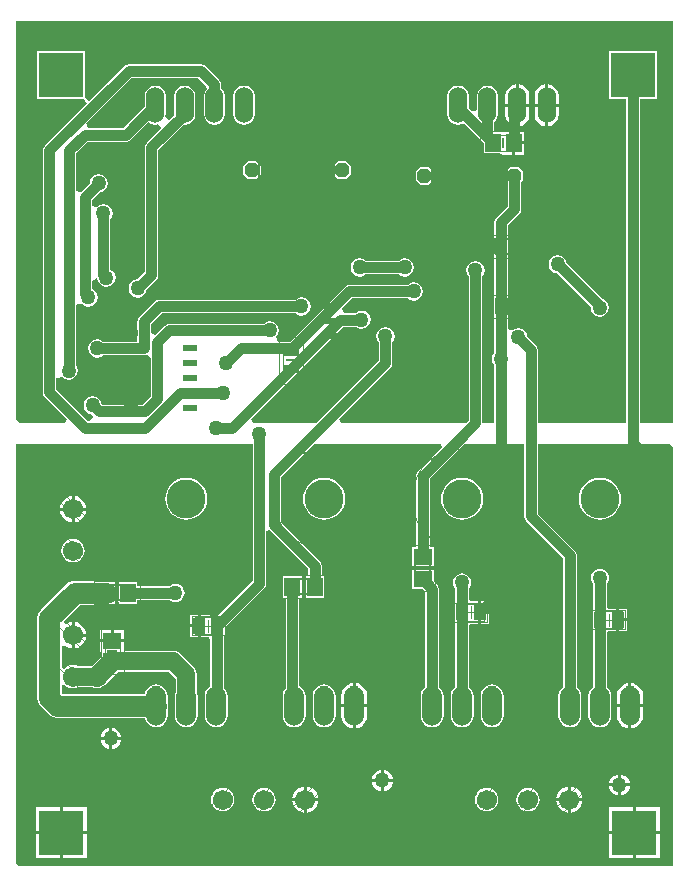
<source format=gbl>
%FSLAX24Y24*%
%MOIN*%
G70*
G01*
G75*
G04 Layer_Physical_Order=2*
G04 Layer_Color=16711680*
%ADD10R,0.0630X0.0520*%
%ADD11R,0.0600X0.0520*%
%ADD12R,0.0800X0.0260*%
%ADD13R,0.0520X0.0630*%
%ADD14R,0.0520X0.0600*%
%ADD15C,0.0350*%
%ADD16C,0.0600*%
%ADD17C,0.0700*%
%ADD18R,0.0079X0.0318*%
%ADD19R,0.0476X0.0159*%
%ADD20R,0.0318X0.0079*%
%ADD21R,0.0159X0.0476*%
%ADD22R,0.0079X0.0318*%
%ADD23C,0.0000*%
%ADD24C,0.0039*%
%ADD25C,0.0040*%
%ADD26C,0.0060*%
%ADD27C,0.0240*%
%ADD28R,0.0295X0.0575*%
%ADD29R,0.0300X0.0575*%
%ADD30R,0.0560X0.0140*%
%ADD31R,0.0575X0.0295*%
%ADD32R,0.0575X0.0300*%
%ADD33R,0.0300X0.0750*%
%ADD34R,0.0140X0.0560*%
%ADD35R,0.0580X0.0200*%
%ADD36R,0.0100X0.0240*%
%ADD37R,0.0450X0.0200*%
%ADD38C,0.0020*%
%ADD39R,0.1500X0.1500*%
%ADD40O,0.0600X0.1200*%
%ADD41C,0.0670*%
%ADD42O,0.0660X0.1320*%
%ADD43C,0.1300*%
G04:AMPARAMS|DCode=44|XSize=48mil|YSize=48mil|CornerRadius=0mil|HoleSize=0mil|Usage=FLASHONLY|Rotation=180.000|XOffset=0mil|YOffset=0mil|HoleType=Round|Shape=Octagon|*
%AMOCTAGOND44*
4,1,8,-0.0240,0.0120,-0.0240,-0.0120,-0.0120,-0.0240,0.0120,-0.0240,0.0240,-0.0120,0.0240,0.0120,0.0120,0.0240,-0.0120,0.0240,-0.0240,0.0120,0.0*
%
%ADD44OCTAGOND44*%

%ADD45C,0.0500*%
%ADD46R,0.0433X0.0551*%
%ADD47C,0.0650*%
G36*
X21900Y14750D02*
X21900Y14750D01*
X20779D01*
Y25550D01*
X21350D01*
Y27150D01*
X19750D01*
Y25550D01*
X20321D01*
Y14750D01*
X17379D01*
Y17200D01*
X17362Y17288D01*
X17312Y17362D01*
X17031Y17643D01*
X17013Y17737D01*
X16946Y17836D01*
X16847Y17903D01*
X16730Y17926D01*
X16613Y17903D01*
X16529Y17847D01*
X16458Y17865D01*
X16379Y17905D01*
Y21355D01*
X16762Y21738D01*
X16812Y21812D01*
X16829Y21900D01*
Y22794D01*
X16890Y22855D01*
Y23145D01*
X16745Y23290D01*
X16455D01*
X16310Y23145D01*
Y22855D01*
X16371Y22794D01*
Y21995D01*
X15988Y21612D01*
X15938Y21538D01*
X15921Y21450D01*
Y17097D01*
X15867Y17017D01*
X15844Y16900D01*
X15867Y16783D01*
X15921Y16703D01*
Y14750D01*
X15529D01*
Y19653D01*
X15583Y19733D01*
X15606Y19850D01*
X15583Y19967D01*
X15516Y20066D01*
X15417Y20133D01*
X15300Y20156D01*
X15183Y20133D01*
X15084Y20066D01*
X15017Y19967D01*
X14994Y19850D01*
X15017Y19733D01*
X15071Y19653D01*
Y14845D01*
X14976Y14750D01*
X10820D01*
X10763Y14889D01*
X12462Y16588D01*
X12512Y16662D01*
X12529Y16750D01*
Y17453D01*
X12583Y17533D01*
X12606Y17650D01*
X12583Y17767D01*
X12516Y17866D01*
X12417Y17933D01*
X12300Y17956D01*
X12183Y17933D01*
X12084Y17866D01*
X12017Y17767D01*
X11994Y17650D01*
X12017Y17533D01*
X12071Y17453D01*
Y16845D01*
X9976Y14750D01*
X7870D01*
X7813Y14889D01*
X10895Y17971D01*
X11303D01*
X11383Y17917D01*
X11500Y17894D01*
X11617Y17917D01*
X11716Y17984D01*
X11783Y18083D01*
X11806Y18200D01*
X11783Y18317D01*
X11716Y18416D01*
X11617Y18483D01*
X11500Y18506D01*
X11383Y18483D01*
X11303Y18429D01*
X10916D01*
X10854Y18579D01*
X11195Y18921D01*
X13053D01*
X13133Y18867D01*
X13250Y18844D01*
X13367Y18867D01*
X13466Y18934D01*
X13533Y19033D01*
X13556Y19150D01*
X13533Y19267D01*
X13466Y19366D01*
X13367Y19433D01*
X13250Y19456D01*
X13133Y19433D01*
X13053Y19379D01*
X11100D01*
X11012Y19362D01*
X10938Y19312D01*
X9105Y17479D01*
X8705D01*
X8660Y17629D01*
X8666Y17634D01*
X8733Y17733D01*
X8756Y17850D01*
X8733Y17967D01*
X8666Y18066D01*
X8567Y18133D01*
X8450Y18156D01*
X8333Y18133D01*
X8253Y18079D01*
X5100D01*
X5012Y18062D01*
X4938Y18012D01*
X4629Y17704D01*
X4479Y17766D01*
Y18055D01*
X4845Y18421D01*
X9303D01*
X9383Y18367D01*
X9500Y18344D01*
X9617Y18367D01*
X9716Y18434D01*
X9783Y18533D01*
X9806Y18650D01*
X9783Y18767D01*
X9716Y18866D01*
X9617Y18933D01*
X9500Y18956D01*
X9383Y18933D01*
X9303Y18879D01*
X4750D01*
X4662Y18862D01*
X4588Y18812D01*
X4088Y18312D01*
X4038Y18238D01*
X4021Y18150D01*
Y17479D01*
X2897D01*
X2817Y17533D01*
X2700Y17556D01*
X2583Y17533D01*
X2484Y17466D01*
X2417Y17367D01*
X2394Y17250D01*
X2417Y17133D01*
X2484Y17034D01*
X2583Y16967D01*
X2700Y16944D01*
X2817Y16967D01*
X2897Y17021D01*
X4250D01*
X4321Y17035D01*
X4356Y17025D01*
X4471Y16946D01*
Y15661D01*
X4189Y15379D01*
X2850D01*
X2833Y15467D01*
X2766Y15566D01*
X2667Y15633D01*
X2550Y15656D01*
X2433Y15633D01*
X2334Y15566D01*
X2267Y15467D01*
X2244Y15350D01*
X2267Y15233D01*
X2334Y15134D01*
X2433Y15067D01*
X2485Y15057D01*
X2539Y14979D01*
X2464Y14829D01*
X2395D01*
X1329Y15895D01*
Y16250D01*
X1359Y16275D01*
X1534Y16284D01*
X1633Y16217D01*
X1750Y16194D01*
X1867Y16217D01*
X1966Y16284D01*
X2033Y16383D01*
X2056Y16500D01*
X2033Y16617D01*
X1979Y16697D01*
Y18700D01*
X2009Y18725D01*
X2184Y18734D01*
X2283Y18667D01*
X2400Y18644D01*
X2517Y18667D01*
X2616Y18734D01*
X2683Y18833D01*
X2706Y18950D01*
X2683Y19067D01*
X2616Y19166D01*
X2529Y19224D01*
Y19494D01*
X2679Y19605D01*
X2694Y19600D01*
X2717Y19483D01*
X2784Y19384D01*
X2883Y19317D01*
X3000Y19294D01*
X3117Y19317D01*
X3216Y19384D01*
X3283Y19483D01*
X3306Y19600D01*
X3283Y19717D01*
X3216Y19816D01*
X3129Y19874D01*
Y21553D01*
X3183Y21633D01*
X3206Y21750D01*
X3183Y21867D01*
X3116Y21966D01*
X3017Y22033D01*
X2900Y22056D01*
X2783Y22033D01*
X2684Y21966D01*
X2679Y21960D01*
X2529Y22005D01*
Y22205D01*
X2773Y22449D01*
X2867Y22467D01*
X2966Y22534D01*
X3033Y22633D01*
X3056Y22750D01*
X3033Y22867D01*
X2966Y22966D01*
X2867Y23033D01*
X2750Y23056D01*
X2633Y23033D01*
X2534Y22966D01*
X2467Y22867D01*
X2449Y22773D01*
X2138Y22462D01*
X2129Y22450D01*
X1979Y22495D01*
Y23755D01*
X2367Y24143D01*
X3650D01*
X3738Y24160D01*
X3812Y24210D01*
X4390Y24788D01*
X4491Y24720D01*
X4628Y24693D01*
X4726Y24713D01*
X4809Y24583D01*
X4338Y24112D01*
X4288Y24038D01*
X4271Y23950D01*
Y19795D01*
X4027Y19551D01*
X3933Y19533D01*
X3834Y19466D01*
X3767Y19367D01*
X3744Y19250D01*
X3767Y19133D01*
X3834Y19034D01*
X3933Y18967D01*
X4050Y18944D01*
X4167Y18967D01*
X4266Y19034D01*
X4333Y19133D01*
X4351Y19227D01*
X4662Y19538D01*
X4712Y19612D01*
X4729Y19700D01*
Y23855D01*
X5574Y24700D01*
X5608Y24693D01*
X5744Y24720D01*
X5860Y24798D01*
X5938Y24913D01*
X5965Y25050D01*
Y25650D01*
X5938Y25787D01*
X5860Y25902D01*
X5744Y25980D01*
X5608Y26007D01*
X5471Y25980D01*
X5356Y25902D01*
X5278Y25787D01*
X5251Y25650D01*
Y25050D01*
X5255Y25030D01*
X5095Y24869D01*
X4965Y24952D01*
X4985Y25050D01*
Y25650D01*
X4958Y25787D01*
X4880Y25902D01*
X4764Y25980D01*
X4628Y26007D01*
X4491Y25980D01*
X4376Y25902D01*
X4298Y25787D01*
X4271Y25650D01*
Y25318D01*
X3555Y24602D01*
X2388D01*
X2326Y24752D01*
X3845Y26271D01*
X6055D01*
X6285Y26041D01*
X6348Y25902D01*
X6270Y25787D01*
X6243Y25650D01*
Y25050D01*
X6270Y24913D01*
X6348Y24798D01*
X6463Y24720D01*
X6600Y24693D01*
X6737Y24720D01*
X6852Y24798D01*
X6930Y24913D01*
X6957Y25050D01*
Y25650D01*
X6930Y25787D01*
X6852Y25902D01*
X6829Y25918D01*
Y26050D01*
X6812Y26138D01*
X6762Y26212D01*
X6312Y26662D01*
X6238Y26712D01*
X6150Y26729D01*
X3750D01*
X3662Y26712D01*
X3588Y26662D01*
X2432Y25506D01*
X2343Y25560D01*
X2339Y25563D01*
X2323Y25573D01*
X2309Y25581D01*
X2300Y25587D01*
Y25591D01*
Y25611D01*
X2300Y25685D01*
Y25695D01*
Y25695D01*
Y27150D01*
X700D01*
Y25550D01*
X2155D01*
X2155D01*
X2165Y25550D01*
X2239Y25550D01*
X2259D01*
X2263D01*
X2269Y25541D01*
X2277Y25527D01*
X2287Y25511D01*
X2290Y25506D01*
X2344Y25418D01*
X938Y24012D01*
X888Y23938D01*
X871Y23850D01*
Y15800D01*
X888Y15712D01*
X938Y15638D01*
X1687Y14889D01*
X1630Y14750D01*
X106D01*
X0Y14856D01*
Y28150D01*
X0Y28150D01*
X21900D01*
Y14750D01*
D02*
G37*
G36*
X21850Y14000D02*
X21900Y13950D01*
Y-0D01*
X71D01*
X-0Y71D01*
X0Y14050D01*
X7871D01*
Y9504D01*
X6692Y8326D01*
X6517D01*
X6496D01*
X6417Y8376D01*
X6417D01*
X6375D01*
X6345Y8376D01*
X6150D01*
Y8000D01*
Y7624D01*
X6345D01*
X6380Y7624D01*
X6417D01*
X6461Y7543D01*
Y5995D01*
X6390Y5940D01*
X6329Y5861D01*
X6290Y5768D01*
X6277Y5669D01*
Y5009D01*
X6290Y4910D01*
X6329Y4817D01*
X6390Y4738D01*
X6469Y4677D01*
X6561Y4639D01*
X6661Y4626D01*
X6760Y4639D01*
X6852Y4677D01*
X6932Y4738D01*
X6993Y4817D01*
X7031Y4910D01*
X7044Y5009D01*
Y5669D01*
X7031Y5768D01*
X6993Y5861D01*
X6932Y5940D01*
X6920Y5949D01*
Y7674D01*
X6957D01*
Y7942D01*
X8262Y9247D01*
X8312Y9322D01*
X8329Y9409D01*
Y11170D01*
X8429Y11200D01*
X8438Y11188D01*
X9725Y9901D01*
Y9665D01*
X9644D01*
Y8935D01*
X10264D01*
Y9665D01*
X10183D01*
Y9996D01*
X10166Y10084D01*
X10116Y10158D01*
X8829Y11445D01*
Y12955D01*
X9924Y14050D01*
X14145D01*
X14183Y13958D01*
X13388Y13162D01*
X13338Y13088D01*
X13321Y13000D01*
Y10614D01*
X13185D01*
Y9994D01*
X13915D01*
Y10614D01*
X13779D01*
Y12905D01*
X14924Y14050D01*
X16921D01*
Y11650D01*
X16938Y11562D01*
X16988Y11488D01*
X18221Y10255D01*
Y5972D01*
X18179Y5940D01*
X18118Y5861D01*
X18080Y5768D01*
X18067Y5669D01*
Y5009D01*
X18080Y4910D01*
X18118Y4817D01*
X18179Y4738D01*
X18258Y4677D01*
X18351Y4639D01*
X18450Y4626D01*
X18549Y4639D01*
X18642Y4677D01*
X18721Y4738D01*
X18782Y4817D01*
X18820Y4910D01*
X18833Y5009D01*
Y5669D01*
X18820Y5768D01*
X18782Y5861D01*
X18721Y5940D01*
X18679Y5972D01*
Y10350D01*
X18662Y10438D01*
X18612Y10512D01*
X17379Y11745D01*
Y14050D01*
X21800D01*
X21850Y14000D01*
D02*
G37*
%LPC*%
G36*
X12250Y3196D02*
Y2900D01*
X12546D01*
X12541Y2941D01*
X12506Y3027D01*
X12450Y3100D01*
X12377Y3156D01*
X12291Y3191D01*
X12250Y3196D01*
D02*
G37*
G36*
X12150D02*
X12109Y3191D01*
X12023Y3156D01*
X11950Y3100D01*
X11894Y3027D01*
X11859Y2941D01*
X11854Y2900D01*
X12150D01*
Y3196D01*
D02*
G37*
G36*
X3496Y4200D02*
X3200D01*
Y3904D01*
X3241Y3909D01*
X3327Y3944D01*
X3400Y4000D01*
X3456Y4073D01*
X3491Y4159D01*
X3496Y4200D01*
D02*
G37*
G36*
X3100D02*
X2804D01*
X2809Y4159D01*
X2844Y4073D01*
X2900Y4000D01*
X2973Y3944D01*
X3059Y3909D01*
X3100Y3904D01*
Y4200D01*
D02*
G37*
G36*
X20150Y3046D02*
Y2750D01*
X20446D01*
X20441Y2791D01*
X20406Y2877D01*
X20350Y2950D01*
X20277Y3006D01*
X20191Y3041D01*
X20150Y3046D01*
D02*
G37*
G36*
X12546Y2800D02*
X12250D01*
Y2504D01*
X12291Y2509D01*
X12377Y2544D01*
X12450Y2600D01*
X12506Y2673D01*
X12541Y2759D01*
X12546Y2800D01*
D02*
G37*
G36*
X12150D02*
X11854D01*
X11859Y2759D01*
X11894Y2673D01*
X11950Y2600D01*
X12023Y2544D01*
X12109Y2509D01*
X12150Y2504D01*
Y2800D01*
D02*
G37*
G36*
X20446Y2650D02*
X20150D01*
Y2354D01*
X20191Y2359D01*
X20277Y2394D01*
X20350Y2450D01*
X20406Y2523D01*
X20441Y2609D01*
X20446Y2650D01*
D02*
G37*
G36*
X20050Y3046D02*
X20009Y3041D01*
X19923Y3006D01*
X19850Y2950D01*
X19794Y2877D01*
X19759Y2791D01*
X19754Y2750D01*
X20050D01*
Y3046D01*
D02*
G37*
G36*
X3100Y4596D02*
X3059Y4591D01*
X2973Y4556D01*
X2900Y4500D01*
X2844Y4427D01*
X2809Y4341D01*
X2804Y4300D01*
X3100D01*
Y4596D01*
D02*
G37*
G36*
X10257Y6052D02*
X10158Y6039D01*
X10065Y6001D01*
X9986Y5940D01*
X9925Y5861D01*
X9887Y5768D01*
X9874Y5669D01*
Y5009D01*
X9887Y4910D01*
X9925Y4817D01*
X9986Y4738D01*
X10065Y4677D01*
X10158Y4639D01*
X10257Y4626D01*
X10356Y4639D01*
X10449Y4677D01*
X10528Y4738D01*
X10589Y4817D01*
X10627Y4910D01*
X10640Y5009D01*
Y5669D01*
X10627Y5768D01*
X10589Y5861D01*
X10528Y5940D01*
X10449Y6001D01*
X10356Y6039D01*
X10257Y6052D01*
D02*
G37*
G36*
X9510Y9665D02*
X8890D01*
Y8935D01*
X8971D01*
Y5920D01*
X8925Y5861D01*
X8887Y5768D01*
X8874Y5669D01*
Y5009D01*
X8887Y4910D01*
X8925Y4817D01*
X8986Y4738D01*
X9065Y4677D01*
X9158Y4639D01*
X9257Y4626D01*
X9356Y4639D01*
X9449Y4677D01*
X9528Y4738D01*
X9589Y4817D01*
X9627Y4910D01*
X9640Y5009D01*
Y5669D01*
X9627Y5768D01*
X9589Y5861D01*
X9528Y5940D01*
X9449Y6001D01*
X9429Y6009D01*
Y8935D01*
X9510D01*
Y9665D01*
D02*
G37*
G36*
X13915Y9860D02*
X13185D01*
Y9240D01*
X13536D01*
X13624Y9151D01*
Y5972D01*
X13583Y5940D01*
X13522Y5861D01*
X13483Y5768D01*
X13470Y5669D01*
Y5009D01*
X13483Y4910D01*
X13522Y4817D01*
X13583Y4738D01*
X13662Y4677D01*
X13754Y4639D01*
X13854Y4626D01*
X13953Y4639D01*
X14045Y4677D01*
X14125Y4738D01*
X14185Y4817D01*
X14224Y4910D01*
X14237Y5009D01*
Y5669D01*
X14224Y5768D01*
X14185Y5861D01*
X14125Y5940D01*
X14083Y5972D01*
Y9246D01*
X14065Y9334D01*
X14016Y9409D01*
X13915Y9509D01*
Y9860D01*
D02*
G37*
G36*
X15854Y6052D02*
X15754Y6039D01*
X15662Y6001D01*
X15583Y5940D01*
X15522Y5861D01*
X15483Y5768D01*
X15470Y5669D01*
Y5009D01*
X15483Y4910D01*
X15522Y4817D01*
X15583Y4738D01*
X15662Y4677D01*
X15754Y4639D01*
X15854Y4626D01*
X15953Y4639D01*
X16045Y4677D01*
X16125Y4738D01*
X16185Y4817D01*
X16224Y4910D01*
X16237Y5009D01*
Y5669D01*
X16224Y5768D01*
X16185Y5861D01*
X16125Y5940D01*
X16045Y6001D01*
X15953Y6039D01*
X15854Y6052D01*
D02*
G37*
G36*
X14850Y9753D02*
X14772Y9742D01*
X14699Y9712D01*
X14636Y9664D01*
X14588Y9601D01*
X14558Y9528D01*
X14547Y9450D01*
X14558Y9372D01*
X14588Y9299D01*
X14625Y9250D01*
Y8776D01*
X14588D01*
Y8124D01*
X14625D01*
Y5973D01*
X14583Y5940D01*
X14522Y5861D01*
X14483Y5768D01*
X14470Y5669D01*
Y5009D01*
X14483Y4910D01*
X14522Y4817D01*
X14583Y4738D01*
X14662Y4677D01*
X14754Y4639D01*
X14854Y4626D01*
X14953Y4639D01*
X15045Y4677D01*
X15125Y4738D01*
X15185Y4817D01*
X15224Y4910D01*
X15237Y5009D01*
Y5669D01*
X15224Y5768D01*
X15185Y5861D01*
X15125Y5940D01*
X15084Y5971D01*
Y7993D01*
X15129Y8074D01*
X15165D01*
X15201Y8074D01*
X15395D01*
Y8450D01*
Y8826D01*
X15201D01*
X15165Y8826D01*
X15129D01*
X15084Y8907D01*
X15084Y8907D01*
Y9262D01*
X15112Y9299D01*
X15142Y9372D01*
X15153Y9450D01*
X15142Y9528D01*
X15112Y9601D01*
X15064Y9664D01*
X15001Y9712D01*
X14928Y9742D01*
X14850Y9753D01*
D02*
G37*
G36*
X11207Y5289D02*
X10823D01*
Y5009D01*
X10838Y4897D01*
X10881Y4792D01*
X10950Y4702D01*
X11040Y4633D01*
X11145Y4590D01*
X11207Y4582D01*
Y5289D01*
D02*
G37*
G36*
X3200Y4596D02*
Y4300D01*
X3496D01*
X3491Y4341D01*
X3456Y4427D01*
X3400Y4500D01*
X3327Y4556D01*
X3241Y4591D01*
X3200Y4596D01*
D02*
G37*
G36*
X11691Y5289D02*
X11307D01*
Y4582D01*
X11369Y4590D01*
X11474Y4633D01*
X11564Y4702D01*
X11633Y4792D01*
X11676Y4897D01*
X11691Y5009D01*
Y5289D01*
D02*
G37*
G36*
X20884D02*
X20500D01*
Y4582D01*
X20562Y4590D01*
X20667Y4633D01*
X20757Y4702D01*
X20826Y4792D01*
X20869Y4897D01*
X20884Y5009D01*
Y5289D01*
D02*
G37*
G36*
X20400D02*
X20016D01*
Y5009D01*
X20031Y4897D01*
X20074Y4792D01*
X20143Y4702D01*
X20233Y4633D01*
X20338Y4590D01*
X20400Y4582D01*
Y5289D01*
D02*
G37*
G36*
X20550Y1950D02*
X19750D01*
Y1150D01*
X20550D01*
Y1950D01*
D02*
G37*
G36*
X2350D02*
X1550D01*
Y1150D01*
X2350D01*
Y1950D01*
D02*
G37*
G36*
X21450D02*
X20650D01*
Y1150D01*
X21450D01*
Y1950D01*
D02*
G37*
G36*
X10062Y2161D02*
X9680D01*
Y1778D01*
X9744Y1787D01*
X9849Y1831D01*
X9940Y1900D01*
X10010Y1991D01*
X10054Y2097D01*
X10062Y2161D01*
D02*
G37*
G36*
X9580D02*
X9198D01*
X9206Y2097D01*
X9250Y1991D01*
X9320Y1900D01*
X9411Y1831D01*
X9516Y1787D01*
X9580Y1778D01*
Y2161D01*
D02*
G37*
G36*
X2350Y1050D02*
X1550D01*
Y250D01*
X2350D01*
Y1050D01*
D02*
G37*
G36*
X1450D02*
X650D01*
Y250D01*
X1450D01*
Y1050D01*
D02*
G37*
G36*
X20550D02*
X19750D01*
Y250D01*
X20550D01*
Y1050D01*
D02*
G37*
G36*
X1450Y1950D02*
X650D01*
Y1150D01*
X1450D01*
Y1950D01*
D02*
G37*
G36*
X21450Y1050D02*
X20650D01*
Y250D01*
X21450D01*
Y1050D01*
D02*
G37*
G36*
X18380Y2161D02*
X17998D01*
X18006Y2097D01*
X18050Y1991D01*
X18120Y1900D01*
X18211Y1831D01*
X18316Y1787D01*
X18380Y1778D01*
Y2161D01*
D02*
G37*
G36*
X9680Y2643D02*
Y2261D01*
X10062D01*
X10054Y2324D01*
X10010Y2430D01*
X9940Y2521D01*
X9849Y2591D01*
X9744Y2634D01*
X9680Y2643D01*
D02*
G37*
G36*
X9580D02*
X9516Y2634D01*
X9411Y2591D01*
X9320Y2521D01*
X9250Y2430D01*
X9206Y2324D01*
X9198Y2261D01*
X9580D01*
Y2643D01*
D02*
G37*
G36*
X18380D02*
X18316Y2634D01*
X18211Y2591D01*
X18120Y2521D01*
X18050Y2430D01*
X18006Y2324D01*
X17998Y2261D01*
X18380D01*
Y2643D01*
D02*
G37*
G36*
X20050Y2650D02*
X19754D01*
X19759Y2609D01*
X19794Y2523D01*
X19850Y2450D01*
X19923Y2394D01*
X20009Y2359D01*
X20050Y2354D01*
Y2650D01*
D02*
G37*
G36*
X18480Y2643D02*
Y2261D01*
X18862D01*
X18854Y2324D01*
X18810Y2430D01*
X18740Y2521D01*
X18649Y2591D01*
X18544Y2634D01*
X18480Y2643D01*
D02*
G37*
G36*
X6872Y2599D02*
X6772Y2586D01*
X6678Y2547D01*
X6597Y2485D01*
X6536Y2405D01*
X6497Y2311D01*
X6484Y2211D01*
X6497Y2110D01*
X6536Y2016D01*
X6597Y1936D01*
X6678Y1874D01*
X6772Y1836D01*
X6872Y1822D01*
X6973Y1836D01*
X7066Y1874D01*
X7147Y1936D01*
X7208Y2016D01*
X7247Y2110D01*
X7260Y2211D01*
X7247Y2311D01*
X7208Y2405D01*
X7147Y2485D01*
X7066Y2547D01*
X6973Y2586D01*
X6872Y2599D01*
D02*
G37*
G36*
X18862Y2161D02*
X18480D01*
Y1778D01*
X18544Y1787D01*
X18649Y1831D01*
X18740Y1900D01*
X18810Y1991D01*
X18854Y2097D01*
X18862Y2161D01*
D02*
G37*
G36*
X8250Y2599D02*
X8149Y2586D01*
X8056Y2547D01*
X7975Y2485D01*
X7914Y2405D01*
X7875Y2311D01*
X7862Y2211D01*
X7875Y2110D01*
X7914Y2016D01*
X7975Y1936D01*
X8056Y1874D01*
X8149Y1836D01*
X8250Y1822D01*
X8351Y1836D01*
X8444Y1874D01*
X8525Y1936D01*
X8586Y2016D01*
X8625Y2110D01*
X8638Y2211D01*
X8625Y2311D01*
X8586Y2405D01*
X8525Y2485D01*
X8444Y2547D01*
X8351Y2586D01*
X8250Y2599D01*
D02*
G37*
G36*
X17050D02*
X16949Y2586D01*
X16856Y2547D01*
X16775Y2485D01*
X16714Y2405D01*
X16675Y2311D01*
X16662Y2211D01*
X16675Y2110D01*
X16714Y2016D01*
X16775Y1936D01*
X16856Y1874D01*
X16949Y1836D01*
X17050Y1822D01*
X17151Y1836D01*
X17244Y1874D01*
X17325Y1936D01*
X17386Y2016D01*
X17425Y2110D01*
X17438Y2211D01*
X17425Y2311D01*
X17386Y2405D01*
X17325Y2485D01*
X17244Y2547D01*
X17151Y2586D01*
X17050Y2599D01*
D02*
G37*
G36*
X15672D02*
X15572Y2586D01*
X15478Y2547D01*
X15397Y2485D01*
X15336Y2405D01*
X15297Y2311D01*
X15284Y2211D01*
X15297Y2110D01*
X15336Y2016D01*
X15397Y1936D01*
X15478Y1874D01*
X15572Y1836D01*
X15672Y1822D01*
X15773Y1836D01*
X15866Y1874D01*
X15947Y1936D01*
X16008Y2016D01*
X16047Y2110D01*
X16060Y2211D01*
X16047Y2311D01*
X16008Y2405D01*
X15947Y2485D01*
X15866Y2547D01*
X15773Y2586D01*
X15672Y2599D01*
D02*
G37*
G36*
X13745Y23290D02*
X13455D01*
X13310Y23145D01*
Y22855D01*
X13455Y22710D01*
X13745D01*
X13890Y22855D01*
Y23145D01*
X13745Y23290D01*
D02*
G37*
G36*
X12950Y20256D02*
X12833Y20233D01*
X12753Y20179D01*
X11647D01*
X11567Y20233D01*
X11450Y20256D01*
X11333Y20233D01*
X11234Y20166D01*
X11167Y20067D01*
X11144Y19950D01*
X11167Y19833D01*
X11234Y19734D01*
X11333Y19667D01*
X11450Y19644D01*
X11567Y19667D01*
X11647Y19721D01*
X12753D01*
X12833Y19667D01*
X12950Y19644D01*
X13067Y19667D01*
X13166Y19734D01*
X13233Y19833D01*
X13256Y19950D01*
X13233Y20067D01*
X13166Y20166D01*
X13067Y20233D01*
X12950Y20256D01*
D02*
G37*
G36*
X7995Y23490D02*
X7705D01*
X7560Y23345D01*
Y23055D01*
X7705Y22910D01*
X7995D01*
X8140Y23055D01*
Y23345D01*
X7995Y23490D01*
D02*
G37*
G36*
X16935Y24050D02*
X16625D01*
Y23700D01*
X16935D01*
Y24050D01*
D02*
G37*
G36*
X10995Y23490D02*
X10705D01*
X10560Y23345D01*
Y23055D01*
X10705Y22910D01*
X10995D01*
X11140Y23055D01*
Y23345D01*
X10995Y23490D01*
D02*
G37*
G36*
X19450Y12942D02*
X19313Y12929D01*
X19181Y12889D01*
X19059Y12824D01*
X18953Y12736D01*
X18865Y12630D01*
X18800Y12508D01*
X18760Y12376D01*
X18747Y12239D01*
X18760Y12102D01*
X18800Y11970D01*
X18865Y11848D01*
X18953Y11742D01*
X19059Y11654D01*
X19181Y11589D01*
X19313Y11549D01*
X19450Y11536D01*
X19587Y11549D01*
X19719Y11589D01*
X19841Y11654D01*
X19947Y11742D01*
X20035Y11848D01*
X20100Y11970D01*
X20140Y12102D01*
X20153Y12239D01*
X20140Y12376D01*
X20100Y12508D01*
X20035Y12630D01*
X19947Y12736D01*
X19841Y12824D01*
X19719Y12889D01*
X19587Y12929D01*
X19450Y12942D01*
D02*
G37*
G36*
X14854D02*
X14716Y12929D01*
X14584Y12889D01*
X14463Y12824D01*
X14356Y12736D01*
X14269Y12630D01*
X14204Y12508D01*
X14164Y12376D01*
X14150Y12239D01*
X14164Y12102D01*
X14204Y11970D01*
X14269Y11848D01*
X14356Y11742D01*
X14463Y11654D01*
X14584Y11589D01*
X14716Y11549D01*
X14854Y11536D01*
X14991Y11549D01*
X15123Y11589D01*
X15244Y11654D01*
X15351Y11742D01*
X15438Y11848D01*
X15503Y11970D01*
X15543Y12102D01*
X15557Y12239D01*
X15543Y12376D01*
X15503Y12508D01*
X15438Y12630D01*
X15351Y12736D01*
X15244Y12824D01*
X15123Y12889D01*
X14991Y12929D01*
X14854Y12942D01*
D02*
G37*
G36*
X1839Y12322D02*
X1776Y12314D01*
X1670Y12270D01*
X1579Y12200D01*
X1509Y12109D01*
X1466Y12004D01*
X1457Y11940D01*
X1839D01*
Y12322D01*
D02*
G37*
G36*
X18050Y20356D02*
X17933Y20333D01*
X17834Y20266D01*
X17767Y20167D01*
X17744Y20050D01*
X17767Y19933D01*
X17834Y19834D01*
X17933Y19767D01*
X18027Y19749D01*
X19149Y18626D01*
X19144Y18600D01*
X19167Y18483D01*
X19234Y18384D01*
X19333Y18317D01*
X19450Y18294D01*
X19567Y18317D01*
X19666Y18384D01*
X19733Y18483D01*
X19756Y18600D01*
X19733Y18717D01*
X19666Y18816D01*
X19567Y18883D01*
X19536Y18889D01*
X18351Y20073D01*
X18333Y20167D01*
X18266Y20266D01*
X18167Y20333D01*
X18050Y20356D01*
D02*
G37*
G36*
X1939Y12322D02*
Y11940D01*
X2322D01*
X2313Y12004D01*
X2269Y12109D01*
X2200Y12200D01*
X2109Y12270D01*
X2003Y12314D01*
X1939Y12322D01*
D02*
G37*
G36*
X16736Y24601D02*
X16648D01*
X16638Y24500D01*
X16625D01*
Y24150D01*
X16935D01*
Y24500D01*
X16746D01*
X16736Y24601D01*
D02*
G37*
G36*
X16642Y26048D02*
X16536Y26027D01*
X16404Y25938D01*
X16315Y25806D01*
X16284Y25650D01*
Y25400D01*
X16642D01*
Y26048D01*
D02*
G37*
G36*
X15700Y26007D02*
X15563Y25980D01*
X15448Y25902D01*
X15370Y25787D01*
X15343Y25650D01*
Y25193D01*
X15193Y25131D01*
X15077Y25248D01*
Y25650D01*
X15050Y25787D01*
X14972Y25902D01*
X14857Y25980D01*
X14720Y26007D01*
X14583Y25980D01*
X14468Y25902D01*
X14390Y25787D01*
X14363Y25650D01*
Y25050D01*
X14390Y24913D01*
X14468Y24798D01*
X14583Y24720D01*
X14720Y24693D01*
X14857Y24720D01*
X14916Y24760D01*
X15538Y24138D01*
X15590Y24086D01*
Y23750D01*
X16065D01*
X16085D01*
X16215Y23700D01*
X16279D01*
X16339Y23700D01*
X16525D01*
Y24100D01*
Y24500D01*
X16339D01*
X16279Y24500D01*
X16215D01*
X16085Y24450D01*
X16079D01*
X15929Y24486D01*
Y24782D01*
X15952Y24798D01*
X16030Y24913D01*
X16057Y25050D01*
Y25650D01*
X16030Y25787D01*
X15952Y25902D01*
X15837Y25980D01*
X15700Y26007D01*
D02*
G37*
G36*
X16742Y26048D02*
Y25400D01*
X17100D01*
Y25650D01*
X17069Y25806D01*
X16981Y25938D01*
X16848Y26027D01*
X16742Y26048D01*
D02*
G37*
G36*
X17726D02*
Y25400D01*
X18084D01*
Y25650D01*
X18053Y25806D01*
X17965Y25938D01*
X17832Y26027D01*
X17726Y26048D01*
D02*
G37*
G36*
X17626D02*
X17520Y26027D01*
X17388Y25938D01*
X17300Y25806D01*
X17269Y25650D01*
Y25400D01*
X17626D01*
Y26048D01*
D02*
G37*
G36*
X17100Y25300D02*
X16742D01*
Y24652D01*
X16794Y24662D01*
X16794D01*
X16848Y24673D01*
X16981Y24762D01*
X17069Y24894D01*
X17100Y25050D01*
Y25300D01*
D02*
G37*
G36*
X16642D02*
X16284D01*
Y25050D01*
X16315Y24894D01*
X16404Y24762D01*
X16536Y24673D01*
X16590Y24662D01*
X16590D01*
X16642Y24652D01*
Y25300D01*
D02*
G37*
G36*
X17626D02*
X17269D01*
Y25050D01*
X17300Y24894D01*
X17388Y24762D01*
X17520Y24673D01*
X17626Y24652D01*
Y25300D01*
D02*
G37*
G36*
X7584Y26007D02*
X7448Y25980D01*
X7332Y25902D01*
X7255Y25787D01*
X7227Y25650D01*
Y25050D01*
X7255Y24913D01*
X7332Y24798D01*
X7448Y24720D01*
X7584Y24693D01*
X7721Y24720D01*
X7837Y24798D01*
X7914Y24913D01*
X7941Y25050D01*
Y25650D01*
X7914Y25787D01*
X7837Y25902D01*
X7721Y25980D01*
X7584Y26007D01*
D02*
G37*
G36*
X18084Y25300D02*
X17726D01*
Y24652D01*
X17832Y24673D01*
X17965Y24762D01*
X18053Y24894D01*
X18084Y25050D01*
Y25300D01*
D02*
G37*
G36*
X3150Y7860D02*
X2800D01*
Y7550D01*
X3150D01*
Y7860D01*
D02*
G37*
G36*
X2322Y7640D02*
X1939D01*
Y7258D01*
X2003Y7266D01*
X2109Y7310D01*
X2200Y7380D01*
X2269Y7471D01*
X2313Y7576D01*
X2322Y7640D01*
D02*
G37*
G36*
X3600Y7860D02*
X3250D01*
Y7550D01*
X3600D01*
Y7860D01*
D02*
G37*
G36*
X1939Y8122D02*
Y7740D01*
X2322D01*
X2313Y7804D01*
X2269Y7909D01*
X2200Y8000D01*
X2109Y8070D01*
X2003Y8114D01*
X1939Y8122D01*
D02*
G37*
G36*
X6050Y7950D02*
X5783D01*
Y7624D01*
X6050D01*
Y7950D01*
D02*
G37*
G36*
X11207Y6096D02*
X11145Y6088D01*
X11040Y6045D01*
X10950Y5976D01*
X10881Y5886D01*
X10838Y5781D01*
X10823Y5669D01*
Y5389D01*
X11207D01*
Y6096D01*
D02*
G37*
G36*
X19450Y9903D02*
X19372Y9892D01*
X19299Y9862D01*
X19236Y9814D01*
X19188Y9751D01*
X19158Y9678D01*
X19147Y9600D01*
X19158Y9522D01*
X19188Y9449D01*
X19221Y9406D01*
Y8526D01*
X19188D01*
Y7874D01*
X19221D01*
Y5972D01*
X19179Y5940D01*
X19118Y5861D01*
X19080Y5768D01*
X19067Y5669D01*
Y5009D01*
X19080Y4910D01*
X19118Y4817D01*
X19179Y4738D01*
X19258Y4677D01*
X19351Y4639D01*
X19450Y4626D01*
X19549Y4639D01*
X19642Y4677D01*
X19721Y4738D01*
X19782Y4817D01*
X19820Y4910D01*
X19833Y5009D01*
Y5669D01*
X19820Y5768D01*
X19782Y5861D01*
X19721Y5940D01*
X19679Y5972D01*
Y7745D01*
X19729Y7824D01*
X19766D01*
X19801Y7824D01*
X19995D01*
Y8200D01*
Y8576D01*
X19801D01*
X19766Y8576D01*
X19729D01*
X19679Y8655D01*
X19679Y8655D01*
Y9406D01*
X19712Y9449D01*
X19742Y9522D01*
X19753Y9600D01*
X19742Y9678D01*
X19712Y9751D01*
X19664Y9814D01*
X19601Y9862D01*
X19528Y9892D01*
X19450Y9903D01*
D02*
G37*
G36*
X11307Y6096D02*
Y5389D01*
X11691D01*
Y5669D01*
X11676Y5781D01*
X11633Y5886D01*
X11564Y5976D01*
X11474Y6045D01*
X11369Y6088D01*
X11307Y6096D01*
D02*
G37*
G36*
X20500D02*
Y5389D01*
X20884D01*
Y5669D01*
X20869Y5781D01*
X20826Y5886D01*
X20757Y5976D01*
X20667Y6045D01*
X20562Y6088D01*
X20500Y6096D01*
D02*
G37*
G36*
X20400D02*
X20338Y6088D01*
X20233Y6045D01*
X20143Y5976D01*
X20074Y5886D01*
X20031Y5781D01*
X20016Y5669D01*
Y5389D01*
X20400D01*
Y6096D01*
D02*
G37*
G36*
X20362Y8150D02*
X20095D01*
Y7824D01*
X20362D01*
Y8150D01*
D02*
G37*
G36*
X1839Y11840D02*
X1457D01*
X1466Y11776D01*
X1509Y11671D01*
X1579Y11580D01*
X1670Y11510D01*
X1776Y11466D01*
X1839Y11458D01*
Y11840D01*
D02*
G37*
G36*
X1889Y10899D02*
X1789Y10886D01*
X1695Y10847D01*
X1615Y10786D01*
X1553Y10705D01*
X1514Y10612D01*
X1501Y10511D01*
X1514Y10411D01*
X1553Y10317D01*
X1615Y10236D01*
X1695Y10175D01*
X1789Y10136D01*
X1889Y10123D01*
X1990Y10136D01*
X2084Y10175D01*
X2164Y10236D01*
X2226Y10317D01*
X2264Y10411D01*
X2278Y10511D01*
X2264Y10612D01*
X2226Y10705D01*
X2164Y10786D01*
X2084Y10847D01*
X1990Y10886D01*
X1889Y10899D01*
D02*
G37*
G36*
X2322Y11840D02*
X1939D01*
Y11458D01*
X2003Y11466D01*
X2109Y11510D01*
X2200Y11580D01*
X2269Y11671D01*
X2313Y11776D01*
X2322Y11840D01*
D02*
G37*
G36*
X10257Y12942D02*
X10120Y12929D01*
X9988Y12889D01*
X9866Y12824D01*
X9760Y12736D01*
X9672Y12630D01*
X9607Y12508D01*
X9567Y12376D01*
X9554Y12239D01*
X9567Y12102D01*
X9607Y11970D01*
X9672Y11848D01*
X9760Y11742D01*
X9866Y11654D01*
X9988Y11589D01*
X10120Y11549D01*
X10257Y11536D01*
X10394Y11549D01*
X10526Y11589D01*
X10648Y11654D01*
X10754Y11742D01*
X10842Y11848D01*
X10907Y11970D01*
X10947Y12102D01*
X10960Y12239D01*
X10947Y12376D01*
X10907Y12508D01*
X10842Y12630D01*
X10754Y12736D01*
X10648Y12824D01*
X10526Y12889D01*
X10394Y12929D01*
X10257Y12942D01*
D02*
G37*
G36*
X5661D02*
X5523Y12929D01*
X5391Y12889D01*
X5270Y12824D01*
X5163Y12736D01*
X5076Y12630D01*
X5011Y12508D01*
X4971Y12376D01*
X4957Y12239D01*
X4971Y12102D01*
X5011Y11970D01*
X5076Y11848D01*
X5163Y11742D01*
X5270Y11654D01*
X5391Y11589D01*
X5523Y11549D01*
X5661Y11536D01*
X5798Y11549D01*
X5930Y11589D01*
X6051Y11654D01*
X6158Y11742D01*
X6245Y11848D01*
X6310Y11970D01*
X6351Y12102D01*
X6364Y12239D01*
X6351Y12376D01*
X6310Y12508D01*
X6245Y12630D01*
X6158Y12736D01*
X6051Y12824D01*
X5930Y12889D01*
X5798Y12929D01*
X5661Y12942D01*
D02*
G37*
G36*
X15762Y8400D02*
X15495D01*
Y8074D01*
X15762D01*
Y8400D01*
D02*
G37*
G36*
X6050Y8376D02*
X5783D01*
Y8050D01*
X6050D01*
Y8376D01*
D02*
G37*
G36*
X20095Y8576D02*
Y8250D01*
X20362D01*
Y8576D01*
X20095D01*
D02*
G37*
G36*
X1950Y9503D02*
X1846Y9490D01*
X1748Y9449D01*
X1665Y9385D01*
X1665Y9385D01*
X815Y8535D01*
X751Y8452D01*
X710Y8354D01*
X697Y8250D01*
X697Y8250D01*
Y5600D01*
X697Y5600D01*
X710Y5496D01*
X751Y5398D01*
X815Y5315D01*
X1076Y5054D01*
X1159Y4990D01*
X1257Y4949D01*
X1361Y4936D01*
X4287D01*
X4290Y4910D01*
X4329Y4817D01*
X4390Y4738D01*
X4469Y4677D01*
X4561Y4639D01*
X4661Y4626D01*
X4760Y4639D01*
X4852Y4677D01*
X4932Y4738D01*
X4993Y4817D01*
X5031Y4910D01*
X5044Y5009D01*
Y5219D01*
X5050Y5235D01*
X5064Y5339D01*
X5050Y5443D01*
X5044Y5459D01*
Y5669D01*
X5031Y5768D01*
X4993Y5861D01*
X4932Y5940D01*
X4852Y6001D01*
X4760Y6039D01*
X4661Y6052D01*
X4561Y6039D01*
X4469Y6001D01*
X4390Y5940D01*
X4329Y5861D01*
X4290Y5768D01*
X4287Y5742D01*
X1528D01*
X1503Y5767D01*
Y6017D01*
X1603Y6051D01*
X1615Y6036D01*
X1695Y5975D01*
X1789Y5936D01*
X1889Y5923D01*
X1990Y5936D01*
X2043Y5958D01*
X2558D01*
X2588Y5946D01*
X2686Y5933D01*
X2784Y5946D01*
X2875Y5983D01*
X2953Y6044D01*
X3382Y6472D01*
X5078D01*
X5308Y6243D01*
Y5810D01*
X5290Y5768D01*
X5277Y5669D01*
Y5009D01*
X5290Y4910D01*
X5329Y4817D01*
X5390Y4738D01*
X5469Y4677D01*
X5561Y4639D01*
X5661Y4626D01*
X5760Y4639D01*
X5852Y4677D01*
X5932Y4738D01*
X5993Y4817D01*
X6031Y4910D01*
X6044Y5009D01*
Y5669D01*
X6031Y5768D01*
X6014Y5810D01*
Y6389D01*
X6002Y6481D01*
X5966Y6566D01*
X5910Y6639D01*
X5474Y7075D01*
X5401Y7131D01*
X5316Y7166D01*
X5225Y7178D01*
X3600D01*
Y7450D01*
X2800D01*
Y7140D01*
X2800D01*
X2850Y7135D01*
Y7010D01*
X2504Y6664D01*
X2043D01*
X1990Y6686D01*
X1889Y6699D01*
X1789Y6686D01*
X1695Y6647D01*
X1615Y6586D01*
X1603Y6571D01*
X1503Y6605D01*
Y7317D01*
X1523Y7333D01*
X1603Y7361D01*
X1670Y7310D01*
X1776Y7266D01*
X1839Y7258D01*
Y7690D01*
Y8122D01*
X1776Y8114D01*
X1678Y8073D01*
X1665Y8072D01*
X1566Y8116D01*
X1561Y8138D01*
X1562Y8142D01*
X2117Y8697D01*
X2970D01*
X3074Y8710D01*
X3134Y8735D01*
X3280D01*
Y8816D01*
X3326Y8847D01*
X3414Y8796D01*
Y8735D01*
X4034D01*
Y8871D01*
X5106D01*
X5149Y8838D01*
X5222Y8808D01*
X5300Y8797D01*
X5378Y8808D01*
X5451Y8838D01*
X5514Y8886D01*
X5562Y8949D01*
X5592Y9022D01*
X5603Y9100D01*
X5592Y9178D01*
X5562Y9251D01*
X5514Y9314D01*
X5451Y9362D01*
X5378Y9392D01*
X5300Y9403D01*
X5222Y9392D01*
X5149Y9362D01*
X5106Y9329D01*
X4034D01*
Y9465D01*
X3414D01*
Y9404D01*
X3326Y9353D01*
X3280Y9384D01*
Y9465D01*
X3134D01*
X3074Y9490D01*
X2970Y9503D01*
X1950D01*
X1950Y9503D01*
D02*
G37*
G36*
X15495Y8826D02*
Y8500D01*
X15762D01*
Y8826D01*
X15495D01*
D02*
G37*
%LPD*%
D10*
X13550Y10304D02*
D03*
Y9550D02*
D03*
D11*
X3200Y6825D02*
D03*
Y7500D02*
D03*
D13*
X9954Y9300D02*
D03*
X9200D02*
D03*
X3724Y9100D02*
D03*
X2970D02*
D03*
D14*
X15900Y24100D02*
D03*
X16575D02*
D03*
D15*
X20550Y14100D02*
X21000Y13650D01*
X16575Y25233D02*
X16692Y25350D01*
X16575Y24100D02*
Y25233D01*
X15445Y8450D02*
X16150Y9155D01*
Y16900D01*
Y21450D01*
X16600Y21900D02*
Y23000D01*
X16575Y23025D02*
X16600Y23000D01*
X16150Y21450D02*
X16600Y21900D01*
X20550Y14100D02*
Y26350D01*
X13550Y9550D02*
X13854Y9246D01*
Y5339D02*
Y9246D01*
X14855Y5340D02*
Y8450D01*
X14854Y5339D02*
X14855Y5340D01*
X9200Y5396D02*
Y9300D01*
Y5396D02*
X9257Y5339D01*
X5608Y25058D02*
Y25350D01*
X4500Y23950D02*
X5608Y25058D01*
X4500Y19700D02*
Y23950D01*
X4050Y19250D02*
X4500Y19700D01*
X2700Y17250D02*
X4250D01*
Y18150D01*
X7000Y16750D02*
X7500Y17250D01*
X11450Y19950D02*
X12950D01*
X4250Y18150D02*
X4750Y18650D01*
X4700Y17450D02*
X5100Y17850D01*
X4750Y18650D02*
X9500D01*
X5100Y17850D02*
X8450D01*
X9954Y9300D02*
Y9996D01*
X18050Y20050D02*
X19450Y18650D01*
Y18600D02*
Y18650D01*
X16730Y17620D02*
X17150Y17200D01*
X18450Y5339D02*
Y10350D01*
X17150Y11650D02*
X18450Y10350D01*
X17150Y11650D02*
Y17200D01*
X15300Y14750D02*
Y19850D01*
X13550Y13000D02*
X15300Y14750D01*
X13550Y10304D02*
Y13000D01*
X14850Y9450D02*
X14855Y9445D01*
Y8450D02*
Y9445D01*
X11100Y19150D02*
X13250D01*
X10800Y18200D02*
X11500D01*
X7500Y17250D02*
X9200D01*
X11100Y19150D01*
X7200Y14600D02*
X10800Y18200D01*
X8600Y11350D02*
X9954Y9996D01*
X8600Y11350D02*
Y13050D01*
X8100Y9409D02*
Y14400D01*
X6691Y8000D02*
X8100Y9409D01*
X3724Y9100D02*
X5300D01*
X19450Y5339D02*
Y9600D01*
X3650Y24372D02*
X4628Y25350D01*
X2272Y24372D02*
X3650D01*
X1750Y23850D02*
X2272Y24372D01*
X1750Y16500D02*
Y23850D01*
X6650Y14600D02*
X7200D01*
X6150Y26500D02*
X6600Y26050D01*
X1100Y15800D02*
X2300Y14600D01*
X4300D01*
X5450Y15750D01*
X6900D01*
X6600Y25350D02*
Y26050D01*
X15700Y24300D02*
Y25350D01*
X14720Y25280D02*
Y25350D01*
Y25280D02*
X15700Y24300D01*
X15900Y24100D01*
X12300Y16750D02*
Y17650D01*
X8600Y13050D02*
X12300Y16750D01*
X4284Y15150D02*
X4700Y15566D01*
Y17450D01*
X2550Y15350D02*
X2750Y15150D01*
X4284D01*
X2900Y19700D02*
X3000Y19600D01*
X2900Y19700D02*
Y21750D01*
X2300Y19050D02*
X2400Y18950D01*
X2300Y19050D02*
Y22300D01*
X2750Y22750D01*
X6691Y5369D02*
Y8000D01*
X6661Y5339D02*
X6691Y5369D01*
X1100Y15800D02*
Y23850D01*
X3750Y26500D01*
X6150D01*
D16*
X5225Y6825D02*
X5661Y6389D01*
Y5339D02*
Y6389D01*
X1889Y6311D02*
X2686D01*
X3200Y6825D02*
X5225D01*
D17*
X1950Y9100D02*
X2970D01*
X1361Y5339D02*
X4661D01*
X1100Y5600D02*
X1361Y5339D01*
X1100Y5600D02*
Y8250D01*
X1950Y9100D01*
D18*
X16235Y24099D02*
D03*
D19*
X7152Y20449D02*
D03*
X13548Y9929D02*
D03*
D20*
X8601Y20940D02*
D03*
X3201Y7160D02*
D03*
X9149Y16850D02*
D03*
D21*
X9579Y9302D02*
D03*
X3349Y9102D02*
D03*
X16351Y18652D02*
D03*
X16251Y20652D02*
D03*
D22*
X12300Y22049D02*
D03*
D23*
X21100Y12239D02*
G03*
X21100Y12239I-1650J0D01*
G01*
X16504D02*
G03*
X16504Y12239I-1650J0D01*
G01*
X11907D02*
G03*
X11907Y12239I-1650J0D01*
G01*
X7311D02*
G03*
X7311Y12239I-1650J0D01*
G01*
X21100D02*
G03*
X21100Y12239I-1650J0D01*
G01*
X16504D02*
G03*
X16504Y12239I-1650J0D01*
G01*
X11907D02*
G03*
X11907Y12239I-1650J0D01*
G01*
X7311D02*
G03*
X7311Y12239I-1650J0D01*
G01*
D24*
X6828Y7715D02*
Y8285D01*
X5962Y7715D02*
Y8285D01*
X6828D01*
X5962Y7715D02*
X6828D01*
X14717Y8165D02*
Y8735D01*
X15583Y8165D02*
Y8735D01*
X14717Y8165D02*
X15583D01*
X14717Y8735D02*
X15583D01*
X19317Y7915D02*
Y8485D01*
X20183Y7915D02*
Y8485D01*
X19317Y7915D02*
X20183D01*
X19317Y8485D02*
X20183D01*
X6946Y7685D02*
Y8315D01*
X5844Y7685D02*
Y8315D01*
X6946D01*
X5844Y7685D02*
X6946D01*
X6198Y8000D02*
X6592D01*
X6395Y7803D02*
Y8197D01*
X14599Y8135D02*
Y8765D01*
X15701Y8135D02*
Y8765D01*
X14599Y8135D02*
X15701D01*
X14599Y8765D02*
X15701D01*
X14953Y8450D02*
X15347D01*
X15150Y8253D02*
Y8647D01*
X19199Y7885D02*
Y8515D01*
X20301Y7885D02*
Y8515D01*
X19199Y7885D02*
X20301D01*
X19199Y8515D02*
X20301D01*
X19553Y8200D02*
X19947D01*
X19750Y8003D02*
Y8397D01*
D25*
X16085Y23840D02*
X16385D01*
X16094Y24360D02*
X16385D01*
X8860Y20790D02*
Y21090D01*
X8340Y20790D02*
Y21080D01*
X1410Y6591D02*
X2169Y5836D01*
X1610Y6783D02*
X2364Y6031D01*
X1410Y7970D02*
X2169Y7220D01*
X1610Y8170D02*
X2364Y7410D01*
X1410Y10791D02*
X2169Y10036D01*
X1610Y10983D02*
X2364Y10231D01*
X1410Y12170D02*
X2169Y11420D01*
X1610Y12370D02*
X2364Y11610D01*
X15197Y1931D02*
X15952Y2690D01*
X15392Y1736D02*
X16144Y2490D01*
X16575Y1931D02*
X17330Y2690D01*
X16770Y1736D02*
X17530Y2490D01*
X17960Y1931D02*
X18710Y2690D01*
X18150Y1736D02*
X18910Y2490D01*
X6397Y1931D02*
X7152Y2690D01*
X6592Y1736D02*
X7344Y2490D01*
X7775Y1931D02*
X8530Y2690D01*
X7970Y1736D02*
X8730Y2490D01*
X9160Y1931D02*
X9910Y2690D01*
X9350Y1736D02*
X10110Y2490D01*
X3460Y7010D02*
Y7310D01*
X2940Y7020D02*
Y7310D01*
X8890Y16700D02*
Y17000D01*
X9410Y16710D02*
Y17000D01*
X12150Y21790D02*
X12450D01*
X12150Y22310D02*
X12440D01*
D26*
X6441Y25500D02*
X6741D01*
X6441Y25200D02*
Y25500D01*
Y25200D02*
X6741D01*
Y25500D01*
X6441D02*
X6741Y25200D01*
X6441D02*
X6741Y25500D01*
X7431Y25200D02*
Y25500D01*
Y25200D02*
X7732D01*
Y25500D01*
X7431D02*
X7732D01*
X7431Y25200D02*
X7732Y25500D01*
X7431D02*
X7732Y25200D01*
X4778D02*
Y25500D01*
X4478Y25200D02*
X4778D01*
X4478D02*
Y25500D01*
X4778Y25200D01*
X4478D02*
X4778Y25500D01*
X4478D02*
X4778D01*
X5758Y25200D02*
Y25500D01*
X5458Y25200D02*
X5758D01*
X5458D02*
Y25500D01*
X5758Y25200D01*
X5458D02*
X5758Y25500D01*
X5458D02*
X5758D01*
X7400Y20170D02*
Y20730D01*
X6900Y20170D02*
Y20730D01*
X16533Y25500D02*
X16833D01*
X16533Y25200D02*
Y25500D01*
Y25200D02*
X16833D01*
Y25500D01*
X16533D02*
X16833Y25200D01*
X16533D02*
X16833Y25500D01*
X17524Y25200D02*
Y25500D01*
Y25200D02*
X17824D01*
Y25500D01*
X17524D02*
X17824D01*
X17524Y25200D02*
X17824Y25500D01*
X17524D02*
X17824Y25200D01*
X14870D02*
Y25500D01*
X14570Y25200D02*
X14870D01*
X14570D02*
Y25500D01*
X14870Y25200D01*
X14570D02*
X14870Y25500D01*
X14570D02*
X14870D01*
X15850Y25200D02*
Y25500D01*
X15550Y25200D02*
X15850D01*
X15550D02*
Y25500D01*
X15850Y25200D01*
X15550D02*
X15850Y25500D01*
X15550D02*
X15850D01*
X9300Y9550D02*
X9860D01*
X9300Y9050D02*
X9860D01*
X3070Y9350D02*
X3630D01*
X3070Y8850D02*
X3630D01*
X13300Y9650D02*
Y10210D01*
X13800Y9650D02*
Y10210D01*
X16070Y18900D02*
X16630D01*
X16070Y18400D02*
X16630D01*
X15970Y20900D02*
X16530D01*
X15970Y20400D02*
X16530D01*
X16350Y22650D02*
Y23350D01*
X13850Y22650D02*
Y23350D01*
X10600Y22850D02*
Y23550D01*
X8100Y22850D02*
Y23550D01*
D27*
X16450Y23000D02*
X16600D01*
X13600D02*
X13750D01*
X10700Y23200D02*
X10850D01*
X7850D02*
X8000D01*
D28*
X15952Y24097D02*
D03*
X12582Y22048D02*
D03*
D29*
X16525Y24097D02*
D03*
X12010Y22048D02*
D03*
D30*
X7150Y20790D02*
D03*
Y20110D02*
D03*
X13550Y10270D02*
D03*
Y9590D02*
D03*
D31*
X8602Y21222D02*
D03*
X3203Y6878D02*
D03*
X9147Y16568D02*
D03*
D32*
X8602Y20650D02*
D03*
X3203Y7450D02*
D03*
X9147Y17140D02*
D03*
D33*
X18450Y5614D02*
D03*
X19450D02*
D03*
X20450D02*
D03*
X13854D02*
D03*
X14854D02*
D03*
X15854D02*
D03*
X9257D02*
D03*
X10257D02*
D03*
X11257D02*
D03*
X4661D02*
D03*
X5661D02*
D03*
X6661D02*
D03*
D34*
X9920Y9300D02*
D03*
X9240D02*
D03*
X3690Y9100D02*
D03*
X3010D02*
D03*
X16010Y18650D02*
D03*
X16690D02*
D03*
X15910Y20650D02*
D03*
X16590D02*
D03*
D35*
X10490Y21150D02*
D03*
Y20650D02*
D03*
Y20150D02*
D03*
Y19650D02*
D03*
Y19150D02*
D03*
Y18650D02*
D03*
Y18150D02*
D03*
Y17650D02*
D03*
X14110Y21150D02*
D03*
Y20650D02*
D03*
Y20150D02*
D03*
Y19650D02*
D03*
Y19150D02*
D03*
Y18650D02*
D03*
Y18150D02*
D03*
Y17650D02*
D03*
Y17150D02*
D03*
Y16650D02*
D03*
X10490Y17150D02*
D03*
Y16650D02*
D03*
D36*
X16400Y23000D02*
D03*
X13800D02*
D03*
X10650Y23200D02*
D03*
X8050D02*
D03*
D37*
X5845Y21750D02*
D03*
X3855Y23250D02*
D03*
Y22750D02*
D03*
X3865Y22250D02*
D03*
X3855Y21750D02*
D03*
X5845Y22250D02*
D03*
Y22750D02*
D03*
Y23250D02*
D03*
Y21250D02*
D03*
Y20750D02*
D03*
Y20250D02*
D03*
X3855Y21250D02*
D03*
Y20750D02*
D03*
Y20250D02*
D03*
X5795Y16750D02*
D03*
X3805Y18250D02*
D03*
Y17750D02*
D03*
X3815Y17250D02*
D03*
X3805Y16750D02*
D03*
X5795Y17250D02*
D03*
Y17750D02*
D03*
Y18250D02*
D03*
Y16250D02*
D03*
Y15750D02*
D03*
Y15250D02*
D03*
X3805Y16250D02*
D03*
Y15750D02*
D03*
Y15250D02*
D03*
D38*
X15458Y23710D02*
X17015D01*
X15458Y24487D02*
X17015D01*
X15458Y23710D02*
Y24487D01*
X17015Y23710D02*
Y24487D01*
X7540Y19670D02*
Y21227D01*
X6763Y19670D02*
Y21227D01*
X7540D01*
X6763Y19670D02*
X7540D01*
X8990Y20160D02*
Y21717D01*
X8213Y20160D02*
Y21717D01*
X8990D01*
X8213Y20160D02*
X8990D01*
X8800Y9690D02*
X10357D01*
X8800Y8913D02*
X10357D01*
Y9690D01*
X8800Y8913D02*
Y9690D01*
X3590Y6383D02*
Y7940D01*
X2813Y6383D02*
Y7940D01*
Y6383D02*
X3590D01*
X2813Y7940D02*
X3590D01*
X2570Y9490D02*
X4127D01*
X2570Y8713D02*
X4127D01*
Y9490D01*
X2570Y8713D02*
Y9490D01*
X13160Y9150D02*
Y10707D01*
X13937Y9150D02*
Y10707D01*
X13160D02*
X13937D01*
X13160Y9150D02*
X13937D01*
X8760Y16073D02*
Y17630D01*
X9537Y16073D02*
Y17630D01*
X8760Y16073D02*
X9537D01*
X8760Y17630D02*
X9537D01*
X15573Y19040D02*
X17130D01*
X15573Y18263D02*
X17130D01*
X15573D02*
Y19040D01*
X17130Y18263D02*
Y19040D01*
X15473Y21040D02*
X17030D01*
X15473Y20263D02*
X17030D01*
X15473D02*
Y21040D01*
X17030Y20263D02*
Y21040D01*
X11520Y21660D02*
X13077D01*
X11520Y22437D02*
X13077D01*
Y21660D02*
Y22437D01*
X11520Y21660D02*
Y22437D01*
D39*
X1500Y1100D02*
D03*
Y26350D02*
D03*
X20600Y1100D02*
D03*
X20550Y26350D02*
D03*
D40*
X6600Y25350D02*
D03*
X7584D02*
D03*
X5608D02*
D03*
X4628D02*
D03*
X16692D02*
D03*
X17676D02*
D03*
X15700D02*
D03*
X14720D02*
D03*
D41*
X1889Y6311D02*
D03*
Y7690D02*
D03*
Y10511D02*
D03*
Y11890D02*
D03*
X15672Y2211D02*
D03*
X17050D02*
D03*
X18430D02*
D03*
X6872D02*
D03*
X8250D02*
D03*
X9630D02*
D03*
D42*
X18450Y5339D02*
D03*
X19450D02*
D03*
X20450D02*
D03*
X13854D02*
D03*
X14854D02*
D03*
X15854D02*
D03*
X9257D02*
D03*
X10257D02*
D03*
X11257D02*
D03*
X4661D02*
D03*
X5661D02*
D03*
X6661D02*
D03*
D43*
X19450Y12239D02*
D03*
X14854D02*
D03*
X10257D02*
D03*
X5661D02*
D03*
D44*
X16600Y23000D02*
D03*
X13600D02*
D03*
X10850Y23200D02*
D03*
X7850D02*
D03*
D45*
X3150Y4250D02*
D03*
X12200Y2850D02*
D03*
X20100Y2700D02*
D03*
X16150Y16900D02*
D03*
X4050Y19250D02*
D03*
X9500Y18650D02*
D03*
X2700Y17250D02*
D03*
X7000Y16750D02*
D03*
X13250Y19150D02*
D03*
X11500Y18200D02*
D03*
X11450Y19950D02*
D03*
X12950D02*
D03*
X8450Y17850D02*
D03*
X18050Y20050D02*
D03*
X19450Y18600D02*
D03*
Y9600D02*
D03*
X16730Y17620D02*
D03*
X15300Y19850D02*
D03*
X14850Y9450D02*
D03*
X8100Y14400D02*
D03*
X5300Y9100D02*
D03*
X1750Y16500D02*
D03*
X2750Y22750D02*
D03*
X2400Y18950D02*
D03*
X6650Y14600D02*
D03*
X6900Y15750D02*
D03*
X12300Y17650D02*
D03*
X2550Y15350D02*
D03*
X3000Y19600D02*
D03*
X2900Y21750D02*
D03*
D46*
X6691Y8000D02*
D03*
X6100D02*
D03*
X14855Y8450D02*
D03*
X15445D02*
D03*
X19455Y8200D02*
D03*
X20045D02*
D03*
D47*
X2686Y6311D02*
X3200Y6825D01*
M02*

</source>
